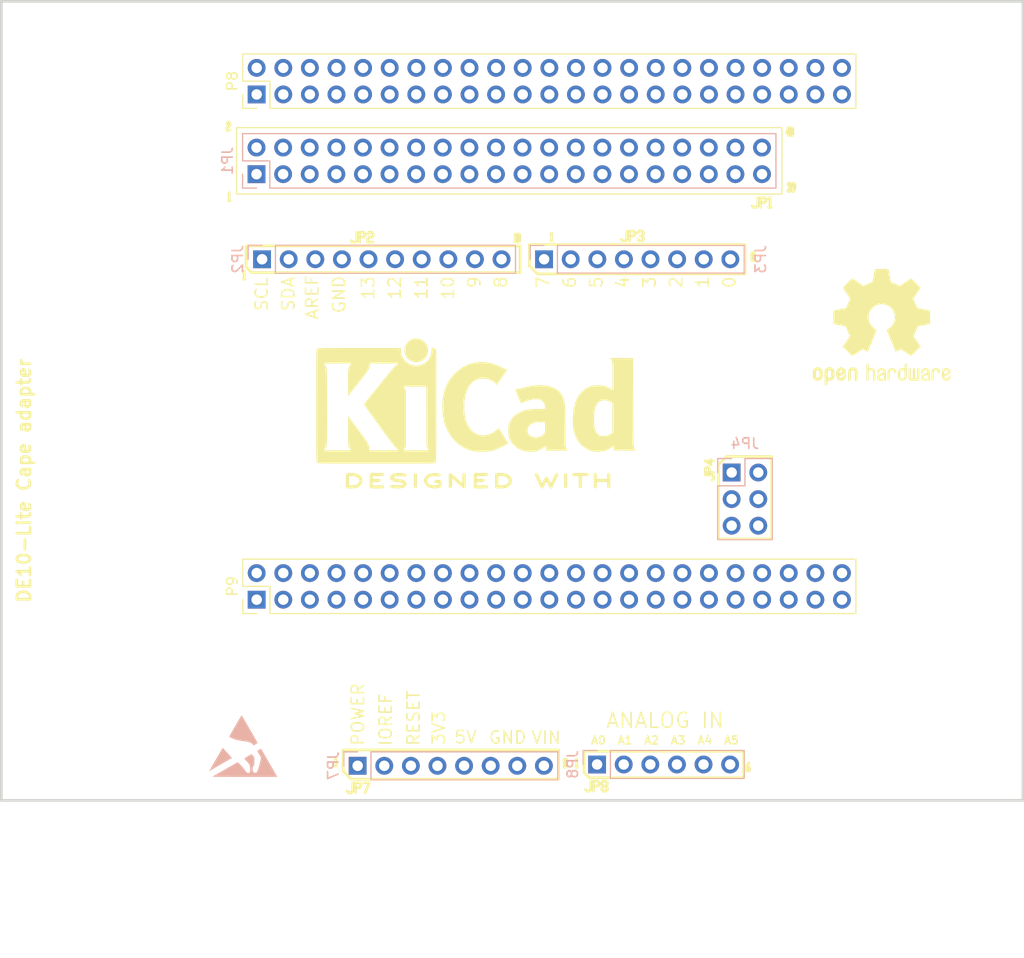
<source format=kicad_pcb>
(kicad_pcb (version 20211014) (generator pcbnew)
  (title_block (title "DECA RETRO CAPE 2") (date "2022-03-10") (rev "${VERSION}") (company "Hard Team Deca") (comment 2 "2022 Somhic <@somhic at telegram>") (comment 3 "License: CC-BY-SA v4.0"))
  (layers (0 "F.Cu" signal) (31 "B.Cu" signal) (34 "B.Paste" user) (35 "F.Paste" user) (36 "B.SilkS" user "B.Silkscreen") (37 "F.SilkS" user "F.Silkscreen") (38 "B.Mask" user) (39 "F.Mask" user) (44 "Edge.Cuts" user))
  (property "VERSION" "0.90")
  (net 0 "")
  (net 1 "GND")
  (net 2 "+3V3")
  (net 3 "/A3")
  (net 4 "/A2")
  (net 5 "/A1")
  (net 6 "/A0")
  (net 7 "/A10")
  (net 8 "/BA1")
  (net 9 "/BA0")
  (net 10 "/nCS0")
  (net 11 "/nRAS")
  (net 12 "/nCAS")
  (net 13 "/A4")
  (net 14 "/nWE")
  (net 15 "/A6")
  (net 16 "/A5")
  (net 17 "/A8")
  (net 18 "/A7")
  (net 19 "/A11")
  (net 20 "/A9")
  (net 21 "/CLK")
  (net 22 "/A12")
  (net 23 "/DQ9")
  (net 24 "/DQ10")
  (net 25 "/DQ11")
  (net 26 "/DQ12")
  (net 27 "/DQ13")
  (net 28 "/DQ15")
  (net 29 "/DQ14")
  (net 30 "/DQ7")
  (net 31 "/DQ6")
  (net 32 "/DQ5")
  (net 33 "/DQ4")
  (net 34 "/DQ3")
  (net 35 "/DQ2")
  (net 36 "/DQ1")
  (net 37 "/DQ0")
  (net 38 "/DQ8")
  (net 58 "/DETO4")
  (net 73 "/DETO1")
  (net 74 "/DETO2")
  (net 76 "/DETO3_JOY_MUX")
  (net 77 "GNDD")
  (net 78 "/MMC1.DAT[6]")
  (net 79 "/MMC1.DAT[7]")
  (net 80 "/MMC1.DAT[2]")
  (net 81 "/MMC1.DAT[3]")
  (net 82 "/GPIO[66]")
  (net 83 "/GPIO[67]")
  (net 84 "/GPIO[69]")
  (net 85 "/GPIO[68]")
  (net 86 "/GPIO[45]")
  (net 87 "/GPIO[44]")
  (net 88 "/GPIO[23]")
  (net 89 "/GPIO[26]")
  (net 90 "/GPIO[47]")
  (net 91 "/GPIO[46]")
  (net 92 "/GPIO[27]")
  (net 93 "/GPIO[65]")
  (net 94 "/GPIO[22]")
  (net 95 "/MMC1.CMD")
  (net 96 "/MMC1.CLK")
  (net 97 "/MMC1.DAT[5]")
  (net 98 "/MMC1.DAT[4]")
  (net 99 "/MMC1.DAT[1]")
  (net 100 "/MMC1.DAT[0]")
  (net 101 "/LCD.PCLK")
  (net 102 "/LCD.VSYNC")
  (net 103 "/GPIO[61]")
  (net 104 "/LCD.HSYNC")
  (net 105 "/LCD.AC_BIAS_E")
  (net 106 "/LCD.DATA[14]")
  (net 107 "/LCD.DATA[15]")
  (net 108 "/LCD.DATA[13]")
  (net 109 "/LCD.DATA[11]")
  (net 110 "/LCD.DATA[8]")
  (net 111 "/LCD.DATA[10]")
  (net 112 "/LCD.DATA[6]")
  (net 113 "/LCD.DATA[9]")
  (net 114 "/LCD.DATA[4]")
  (net 115 "/LCD.DATA[7]")
  (net 116 "/LCD.DATA[2]")
  (net 117 "/LCD.DATA[5]")
  (net 118 "/LCD.DATA[0]")
  (net 119 "/LCD.DATA[3]")
  (net 120 "/LCD.DATA[1]")
  (net 121 "+5V")
  (net 122 "VBUS")
  (net 123 "/PWR_BUT")
  (net 124 "/~{SYS_RESET}")
  (net 125 "/GPIO[30]")
  (net 126 "/GPIO[60]")
  (net 127 "/GPIO[31]")
  (net 128 "/GPIO[40]")
  (net 129 "/GPIO[48]")
  (net 130 "/GPIO[51]")
  (net 131 "/GPIO[4]")
  (net 132 "/GPIO[5]")
  (net 133 "/I2C2.SCL")
  (net 134 "/I2C2.SDA")
  (net 135 "/GPIO[3]")
  (net 136 "/GPIO[2]")
  (net 137 "/GPIO[49]")
  (net 138 "/GPIO[15]")
  (net 139 "/GPIO[117]")
  (net 140 "/GPIO[14]")
  (net 141 "/GPIO[125]")
  (net 142 "/SPI1.CS0")
  (net 143 "/SPI1.D0")
  (net 144 "/GPIO[122]")
  (net 145 "/SPI1.SCLK")
  (net 146 "+1V8")
  (net 147 "/AIN4")
  (net 148 "GNDA")
  (net 149 "/AIN6")
  (net 150 "/AIN5")
  (net 151 "/AIN2")
  (net 152 "/AIN3")
  (net 153 "/AIN0")
  (net 154 "/AIN1")
  (net 155 "/GPIO[20]")
  (net 156 "/GPIO[7]")
  (footprint "Symbol:OSHW-Logo2_14.6x12mm_SilkScreen" (layer "F.Cu") (at 167.64 73.025)
    (fp_text reference "LO2" hide)
    (fp_text value "OSHW-Logo2_14.6x12mm_SilkScreen" hide)
  )
  (footprint "MountingHole:MountingHole_3mm" (layer "F.Cu") (at 86.766 56.17)
    (fp_text reference "H3" hide)
    (fp_text value "MountingHole" hide)
    (pad "" np_thru_hole circle (at 0 0) (size 3 3) (drill 3) (layers *.Cu *.Mask))
  )
  (footprint "Connector_PinHeader_2.54mm:PinHeader_2x23_P2.54mm_Vertical" (layer "F.Cu") (at 107.965 99.065 90)
    (fp_text reference "P9" (at 1.27 -2.33 270) (layer "F.SilkS"))
    (fp_text value "BeagleBone_Black_Header" hide)
    (pad "1" thru_hole rect locked (at 0 0 90) (size 1.7 1.7) (drill 1) (layers F&B.Cu *.Mask) (net 77 "GNDD"))
    (pad "2" thru_hole oval locked (at 2.54 0 90) (size 1.7 1.7) (drill 1) (layers F&B.Cu *.Mask) (net 77 "GNDD"))
    (pad "3" thru_hole oval locked (at 0 2.54 90) (size 1.7 1.7) (drill 1) (layers F&B.Cu *.Mask) (net 2 "+3V3"))
    (pad "4" thru_hole oval locked (at 2.54 2.54 90) (size 1.7 1.7) (drill 1) (layers F&B.Cu *.Mask) (net 2 "+3V3"))
    (pad "5" thru_hole oval locked (at 0 5.08 90) (size 1.7 1.7) (drill 1) (layers F&B.Cu *.Mask) (net 121 "+5V"))
    (pad "6" thru_hole oval locked (at 2.54 5.08 90) (size 1.7 1.7) (drill 1) (layers F&B.Cu *.Mask) (net 121 "+5V"))
    (pad "7" thru_hole oval locked (at 0 7.62 90) (size 1.7 1.7) (drill 1) (layers F&B.Cu *.Mask) (net 122 "VBUS"))
    (pad "8" thru_hole oval locked (at 2.54 7.62 90) (size 1.7 1.7) (drill 1) (layers F&B.Cu *.Mask) (net 122 "VBUS"))
    (pad "9" thru_hole oval locked (at 0 10.16 90) (size 1.7 1.7) (drill 1) (layers F&B.Cu *.Mask) (net 123 "/PWR_BUT"))
    (pad "10" thru_hole oval locked (at 2.54 10.16 90) (size 1.7 1.7) (drill 1) (layers F&B.Cu *.Mask) (net 124 "/~{SYS_RESET}"))
    (pad "11" thru_hole oval locked (at 0 12.7 90) (size 1.7 1.7) (drill 1) (layers F&B.Cu *.Mask) (net 125 "/GPIO[30]"))
    (pad "12" thru_hole oval locked (at 2.54 12.7 90) (size 1.7 1.7) (drill 1) (layers F&B.Cu *.Mask) (net 126 "/GPIO[60]"))
    (pad "13" thru_hole oval locked (at 0 15.24 90) (size 1.7 1.7) (drill 1) (layers F&B.Cu *.Mask) (net 127 "/GPIO[31]"))
    (pad "14" thru_hole oval locked (at 2.54 15.24 90) (size 1.7 1.7) (drill 1) (layers F&B.Cu *.Mask) (net 128 "/GPIO[40]"))
    (pad "15" thru_hole oval locked (at 0 17.78 90) (size 1.7 1.7) (drill 1) (layers F&B.Cu *.Mask) (net 129 "/GPIO[48]"))
    (pad "16" thru_hole oval locked (at 2.54 17.78 90) (size 1.7 1.7) (drill 1) (layers F&B.Cu *.Mask) (net 130 "/GPIO[51]"))
    (pad "17" thru_hole oval locked (at 0 20.32 90) (size 1.7 1.7) (drill 1) (layers F&B.Cu *.Mask) (net 131 "/GPIO[4]"))
    (pad "18" thru_hole oval locked (at 2.54 20.32 90) (size 1.7 1.7) (drill 1) (layers F&B.Cu *.Mask) (net 132 "/GPIO[5]"))
    (pad "19" thru_hole oval locked (at 0 22.86 90) (size 1.7 1.7) (drill 1) (layers F&B.Cu *.Mask) (net 133 "/I2C2.SCL"))
    (pad "20" thru_hole oval locked (at 2.54 22.86 90) (size 1.7 1.7) (drill 1) (layers F&B.Cu *.Mask) (net 134 "/I2C2.SDA"))
    (pad "21" thru_hole oval locked (at 0 25.4 90) (size 1.7 1.7) (drill 1) (layers F&B.Cu *.Mask) (net 135 "/GPIO[3]"))
    (pad "22" thru_hole oval locked (at 2.54 25.4 90) (size 1.7 1.7) (drill 1) (layers F&B.Cu *.Mask) (net 136 "/GPIO[2]"))
    (pad "23" thru_hole oval locked (at 0 27.94 90) (size 1.7 1.7) (drill 1) (layers F&B.Cu *.Mask) (net 137 "/GPIO[49]"))
    (pad "24" thru_hole oval locked (at 2.54 27.94 90) (size 1.7 1.7) (drill 1) (layers F&B.Cu *.Mask) (net 138 "/GPIO[15]"))
    (pad "25" thru_hole oval locked (at 0 30.48 90) (size 1.7 1.7) (drill 1) (layers F&B.Cu *.Mask) (net 139 "/GPIO[117]"))
    (pad "26" thru_hole oval locked (at 2.54 30.48 90) (size 1.7 1.7) (drill 1) (layers F&B.Cu *.Mask) (net 140 "/GPIO[14]"))
    (pad "27" thru_hole oval locked (at 0 33.02 90) (size 1.7 1.7) (drill 1) (layers F&B.Cu *.Mask) (net 141 "/GPIO[125]"))
    (pad "28" thru_hole oval locked (at 2.54 33.02 90) (size 1.7 1.7) (drill 1) (layers F&B.Cu *.Mask) (net 142 "/SPI1.CS0"))
    (pad "29" thru_hole oval locked (at 0 35.56 90) (size 1.7 1.7) (drill 1) (layers F&B.Cu *.Mask) (net 143 "/SPI1.D0"))
    (pad "30" thru_hole oval locked (at 2.54 35.56 90) (size 1.7 1.7) (drill 1) (layers F&B.Cu *.Mask) (net 144 "/GPIO[122]"))
    (pad "31" thru_hole oval locked (at 0 38.1 90) (size 1.7 1.7) (drill 1) (layers F&B.Cu *.Mask) (net 145 "/SPI1.SCLK"))
    (pad "32" thru_hole oval locked (at 2.54 38.1 90) (size 1.7 1.7) (drill 1) (layers F&B.Cu *.Mask) (net 146 "+1V8"))
    (pad "33" thru_hole oval locked (at 0 40.64 90) (size 1.7 1.7) (drill 1) (layers F&B.Cu *.Mask) (net 147 "/AIN4"))
    (pad "34" thru_hole oval locked (at 2.54 40.64 90) (size 1.7 1.7) (drill 1) (layers F&B.Cu *.Mask) (net 148 "GNDA"))
    (pad "35" thru_hole oval locked (at 0 43.18 90) (size 1.7 1.7) (drill 1) (layers F&B.Cu *.Mask) (net 149 "/AIN6"))
    (pad "36" thru_hole oval locked (at 2.54 43.18 90) (size 1.7 1.7) (drill 1) (layers F&B.Cu *.Mask) (net 150 "/AIN5"))
    (pad "37" thru_hole oval locked (at 0 45.72 90) (size 1.7 1.7) (drill 1) (layers F&B.Cu *.Mask) (net 151 "/AIN2"))
    (pad "38" thru_hole oval locked (at 2.54 45.72 90) (size 1.7 1.7) (drill 1) (layers F&B.Cu *.Mask) (net 152 "/AIN3"))
    (pad "39" thru_hole oval locked (at 0 48.26 90) (size 1.7 1.7) (drill 1) (layers F&B.Cu *.Mask) (net 153 "/AIN0"))
    (pad "40" thru_hole oval locked (at 2.54 48.26 90) (size 1.7 1.7) (drill 1) (layers F&B.Cu *.Mask) (net 154 "/AIN1"))
    (pad "41" thru_hole oval locked (at 0 50.8 90) (size 1.7 1.7) (drill 1) (layers F&B.Cu *.Mask) (net 155 "/GPIO[20]"))
    (pad "42" thru_hole oval locked (at 2.54 50.8 90) (size 1.7 1.7) (drill 1) (layers F&B.Cu *.Mask) (net 156 "/GPIO[7]"))
    (pad "43" thru_hole oval locked (at 0 53.34 90) (size 1.7 1.7) (drill 1) (layers F&B.Cu *.Mask) (net 77 "GNDD"))
    (pad "44" thru_hole oval locked (at 2.54 53.34 90) (size 1.7 1.7) (drill 1) (layers F&B.Cu *.Mask) (net 77 "GNDD"))
    (pad "45" thru_hole oval locked (at 0 55.88 90) (size 1.7 1.7) (drill 1) (layers F&B.Cu *.Mask) (net 77 "GNDD"))
    (pad "46" thru_hole oval locked (at 2.54 55.88 90) (size 1.7 1.7) (drill 1) (layers F&B.Cu *.Mask) (net 77 "GNDD"))
  )
  (footprint "Connector_PinHeader_2.54mm:PinHeader_2x23_P2.54mm_Vertical" (layer "F.Cu") (at 107.965 50.805 90)
    (fp_text reference "P8" (at 1.27 -2.33 270) (layer "F.SilkS"))
    (fp_text value "BeagleBone_Black_Header" hide)
    (pad "1" thru_hole rect locked (at 0 0 90) (size 1.7 1.7) (drill 1) (layers F&B.Cu *.Mask) (net 77 "GNDD"))
    (pad "2" thru_hole oval locked (at 2.54 0 90) (size 1.7 1.7) (drill 1) (layers F&B.Cu *.Mask) (net 77 "GNDD"))
    (pad "3" thru_hole oval locked (at 0 2.54 90) (size 1.7 1.7) (drill 1) (layers F&B.Cu *.Mask) (net 78 "/MMC1.DAT[6]"))
    (pad "4" thru_hole oval locked (at 2.54 2.54 90) (size 1.7 1.7) (drill 1) (layers F&B.Cu *.Mask) (net 79 "/MMC1.DAT[7]"))
    (pad "5" thru_hole oval locked (at 0 5.08 90) (size 1.7 1.7) (drill 1) (layers F&B.Cu *.Mask) (net 80 "/MMC1.DAT[2]"))
    (pad "6" thru_hole oval locked (at 2.54 5.08 90) (size 1.7 1.7) (drill 1) (layers F&B.Cu *.Mask) (net 81 "/MMC1.DAT[3]"))
    (pad "7" thru_hole oval locked (at 0 7.62 90) (size 1.7 1.7) (drill 1) (layers F&B.Cu *.Mask) (net 82 "/GPIO[66]"))
    (pad "8" thru_hole oval locked (at 2.54 7.62 90) (size 1.7 1.7) (drill 1) (layers F&B.Cu *.Mask) (net 83 "/GPIO[67]"))
    (pad "9" thru_hole oval locked (at 0 10.16 90) (size 1.7 1.7) (drill 1) (layers F&B.Cu *.Mask) (net 84 "/GPIO[69]"))
    (pad "10" thru_hole oval locked (at 2.54 10.16 90) (size 1.7 1.7) (drill 1) (layers F&B.Cu *.Mask) (net 85 "/GPIO[68]"))
    (pad "11" thru_hole oval locked (at 0 12.7 90) (size 1.7 1.7) (drill 1) (layers F&B.Cu *.Mask) (net 86 "/GPIO[45]"))
    (pad "12" thru_hole oval locked (at 2.54 12.7 90) (size 1.7 1.7) (drill 1) (layers F&B.Cu *.Mask) (net 87 "/GPIO[44]"))
    (pad "13" thru_hole oval locked (at 0 15.24 90) (size 1.7 1.7) (drill 1) (layers F&B.Cu *.Mask) (net 88 "/GPIO[23]"))
    (pad "14" thru_hole oval locked (at 2.54 15.24 90) (size 1.7 1.7) (drill 1) (layers F&B.Cu *.Mask) (net 89 "/GPIO[26]"))
    (pad "15" thru_hole oval locked (at 0 17.78 90) (size 1.7 1.7) (drill 1) (layers F&B.Cu *.Mask) (net 90 "/GPIO[47]"))
    (pad "16" thru_hole oval locked (at 2.54 17.78 90) (size 1.7 1.7) (drill 1) (layers F&B.Cu *.Mask) (net 91 "/GPIO[46]"))
    (pad "17" thru_hole oval locked (at 0 20.32 90) (size 1.7 1.7) (drill 1) (layers F&B.Cu *.Mask) (net 92 "/GPIO[27]"))
    (pad "18" thru_hole oval locked (at 2.54 20.32 90) (size 1.7 1.7) (drill 1) (layers F&B.Cu *.Mask) (net 93 "/GPIO[65]"))
    (pad "19" thru_hole oval locked (at 0 22.86 90) (size 1.7 1.7) (drill 1) (layers F&B.Cu *.Mask) (net 94 "/GPIO[22]"))
    (pad "20" thru_hole oval locked (at 2.54 22.86 90) (size 1.7 1.7) (drill 1) (layers F&B.Cu *.Mask) (net 95 "/MMC1.CMD"))
    (pad "21" thru_hole oval locked (at 0 25.4 90) (size 1.7 1.7) (drill 1) (layers F&B.Cu *.Mask) (net 96 "/MMC1.CLK"))
    (pad "22" thru_hole oval locked (at 2.54 25.4 90) (size 1.7 1.7) (drill 1) (layers F&B.Cu *.Mask) (net 97 "/MMC1.DAT[5]"))
    (pad "23" thru_hole oval locked (at 0 27.94 90) (size 1.7 1.7) (drill 1) (layers F&B.Cu *.Mask) (net 98 "/MMC1.DAT[4]"))
    (pad "24" thru_hole oval locked (at 2.54 27.94 90) (size 1.7 1.7) (drill 1) (layers F&B.Cu *.Mask) (net 99 "/MMC1.DAT[1]"))
    (pad "25" thru_hole oval locked (at 0 30.48 90) (size 1.7 1.7) (drill 1) (layers F&B.Cu *.Mask) (net 100 "/MMC1.DAT[0]"))
    (pad "26" thru_hole oval locked (at 2.54 30.48 90) (size 1.7 1.7) (drill 1) (layers F&B.Cu *.Mask) (net 101 "/LCD.PCLK"))
    (pad "27" thru_hole oval locked (at 0 33.02 90) (size 1.7 1.7) (drill 1) (layers F&B.Cu *.Mask) (net 102 "/LCD.VSYNC"))
    (pad "28" thru_hole oval locked (at 2.54 33.02 90) (size 1.7 1.7) (drill 1) (layers F&B.Cu *.Mask) (net 103 "/GPIO[61]"))
    (pad "29" thru_hole oval locked (at 0 35.56 90) (size 1.7 1.7) (drill 1) (layers F&B.Cu *.Mask) (net 104 "/LCD.HSYNC"))
    (pad "30" thru_hole oval locked (at 2.54 35.56 90) (size 1.7 1.7) (drill 1) (layers F&B.Cu *.Mask) (net 105 "/LCD.AC_BIAS_E"))
    (pad "31" thru_hole oval locked (at 0 38.1 90) (size 1.7 1.7) (drill 1) (layers F&B.Cu *.Mask) (net 106 "/LCD.DATA[14]"))
    (pad "32" thru_hole oval locked (at 2.54 38.1 90) (size 1.7 1.7) (drill 1) (layers F&B.Cu *.Mask) (net 107 "/LCD.DATA[15]"))
    (pad "33" thru_hole oval locked (at 0 40.64 90) (size 1.7 1.7) (drill 1) (layers F&B.Cu *.Mask) (net 108 "/LCD.DATA[13]"))
    (pad "34" thru_hole oval locked (at 2.54 40.64 90) (size 1.7 1.7) (drill 1) (layers F&B.Cu *.Mask) (net 109 "/LCD.DATA[11]"))
    (pad "35" thru_hole oval locked (at 0 43.18 90) (size 1.7 1.7) (drill 1) (layers F&B.Cu *.Mask) (net 110 "/LCD.DATA[8]"))
    (pad "36" thru_hole oval locked (at 2.54 43.18 90) (size 1.7 1.7) (drill 1) (layers F&B.Cu *.Mask) (net 111 "/LCD.DATA[10]"))
    (pad "37" thru_hole oval locked (at 0 45.72 90) (size 1.7 1.7) (drill 1) (layers F&B.Cu *.Mask) (net 112 "/LCD.DATA[6]"))
    (pad "38" thru_hole oval locked (at 2.54 45.72 90) (size 1.7 1.7) (drill 1) (layers F&B.Cu *.Mask) (net 113 "/LCD.DATA[9]"))
    (pad "39" thru_hole oval locked (at 0 48.26 90) (size 1.7 1.7) (drill 1) (layers F&B.Cu *.Mask) (net 114 "/LCD.DATA[4]"))
    (pad "40" thru_hole oval locked (at 2.54 48.26 90) (size 1.7 1.7) (drill 1) (layers F&B.Cu *.Mask) (net 115 "/LCD.DATA[7]"))
    (pad "41" thru_hole oval locked (at 0 50.8 90) (size 1.7 1.7) (drill 1) (layers F&B.Cu *.Mask) (net 116 "/LCD.DATA[2]"))
    (pad "42" thru_hole oval locked (at 2.54 50.8 90) (size 1.7 1.7) (drill 1) (layers F&B.Cu *.Mask) (net 117 "/LCD.DATA[5]"))
    (pad "43" thru_hole oval locked (at 0 53.34 90) (size 1.7 1.7) (drill 1) (layers F&B.Cu *.Mask) (net 118 "/LCD.DATA[0]"))
    (pad "44" thru_hole oval locked (at 2.54 53.34 90) (size 1.7 1.7) (drill 1) (layers F&B.Cu *.Mask) (net 119 "/LCD.DATA[3]"))
    (pad "45" thru_hole oval locked (at 0 55.88 90) (size 1.7 1.7) (drill 1) (layers F&B.Cu *.Mask) (net 77 "GNDD"))
    (pad "46" thru_hole oval locked (at 2.54 55.88 90) (size 1.7 1.7) (drill 1) (layers F&B.Cu *.Mask) (net 120 "/LCD.DATA[1]"))
  )
  (footprint "MountingHole:MountingHole_3mm" (layer "F.Cu") (at 165.735 114.183)
    (fp_text reference "H1" hide)
    (fp_text value "MountingHole" hide)
    (pad "" np_thru_hole circle (at 0 0) (size 3 3) (drill 3) (layers *.Cu *.Mask))
  )
  (footprint "MountingHole:MountingHole_3mm" (layer "F.Cu") (at 177.876 56.017)
    (fp_text reference "H4" hide)
    (fp_text value "MountingHole" hide)
    (pad "" np_thru_hole circle (at 0 0) (size 3 3) (drill 3) (layers *.Cu *.Mask))
  )
  (footprint "Symbol:KiCad-Logo2_12mm_SilkScreen" (layer "F.Cu") (at 128.890108 80.047106)
    (fp_text reference "LO1" hide)
    (fp_text value "KiCad-Logo2_12mm_SilkScreen" hide)
  )
  (footprint "MountingHole:MountingHole_3mm" (layer "F.Cu") (at 96.977 114.209)
    (fp_text reference "H2" hide)
    (fp_text value "MountingHole" hide)
    (pad "" np_thru_hole circle (at 0 0) (size 3 3) (drill 3) (layers *.Cu *.Mask))
  )
  (footprint "Connector_PinHeader_2.54mm:PinHeader_1x06_P2.54mm_Vertical" (layer "B.Cu") (at 140.467 114.808 -90)
    (fp_text reference "JP8" (at 0 2.33 90) (layer "B.SilkS") (effects (justify mirror)))
    (fp_text value "Conn_01x06" hide)
    (pad "1" thru_hole rect (at 0 0 270) (size 1.7 1.7) (drill 1) (layers *.Cu *.Mask) (net 73 "/DETO1"))
    (pad "2" thru_hole oval (at 0 -2.54 270) (size 1.7 1.7) (drill 1) (layers *.Cu *.Mask) (net 74 "/DETO2"))
    (pad "3" thru_hole oval (at 0 -5.08 270) (size 1.7 1.7) (drill 1) (layers *.Cu *.Mask) (net 76 "/DETO3_JOY_MUX"))
    (pad "4" thru_hole oval (at 0 -7.62 270) (size 1.7 1.7) (drill 1) (layers *.Cu *.Mask) (net 58 "/DETO4"))
    (pad "5" thru_hole oval (at 0 -10.16 270) (size 1.7 1.7) (drill 1) (layers *.Cu *.Mask) (net 1 "GND"))
    (pad "6" thru_hole oval (at 0 -12.7 270) (size 1.7 1.7) (drill 1) (layers *.Cu *.Mask) (net 2 "+3V3"))
  )
  (footprint "Connector_PinHeader_2.54mm:PinHeader_1x10_P2.54mm_Vertical" (layer "B.Cu") (at 108.483 66.548 -90)
    (fp_text reference "JP2" (at 0 2.33 90) (layer "B.SilkS") (effects (justify mirror)))
    (fp_text value "PinHeader_1x10_P2.54mm_Vertical" hide)
    (pad "1" thru_hole rect (at 0 0 270) (size 1.7 1.7) (drill 1) (layers *.Cu *.Mask))
    (pad "2" thru_hole oval (at 0 -2.54 270) (size 1.7 1.7) (drill 1) (layers *.Cu *.Mask))
    (pad "3" thru_hole oval (at 0 -5.08 270) (size 1.7 1.7) (drill 1) (layers *.Cu *.Mask))
    (pad "4" thru_hole oval (at 0 -7.62 270) (size 1.7 1.7) (drill 1) (layers *.Cu *.Mask))
    (pad "5" thru_hole oval (at 0 -10.16 270) (size 1.7 1.7) (drill 1) (layers *.Cu *.Mask))
    (pad "6" thru_hole oval (at 0 -12.7 270) (size 1.7 1.7) (drill 1) (layers *.Cu *.Mask))
    (pad "7" thru_hole oval (at 0 -15.24 270) (size 1.7 1.7) (drill 1) (layers *.Cu *.Mask))
    (pad "8" thru_hole oval (at 0 -17.78 270) (size 1.7 1.7) (drill 1) (layers *.Cu *.Mask))
    (pad "9" thru_hole oval (at 0 -20.32 270) (size 1.7 1.7) (drill 1) (layers *.Cu *.Mask))
    (pad "10" thru_hole oval (at 0 -22.86 270) (size 1.7 1.7) (drill 1) (layers *.Cu *.Mask))
  )
  (footprint "Connector_PinSocket_2.54mm:PinSocket_2x03_P2.54mm_Vertical" (layer "B.Cu") (at 153.314 86.919 180)
    (fp_text reference "JP4" (at -1.27 2.77) (layer "B.SilkS") (effects (justify mirror)))
    (fp_text value "Conn_02x03_Odd_Even" hide)
    (pad "1" thru_hole rect (at 0 0 180) (size 1.7 1.7) (drill 1) (layers *.Cu *.Mask))
    (pad "2" thru_hole oval (at -2.54 0 180) (size 1.7 1.7) (drill 1) (layers *.Cu *.Mask))
    (pad "3" thru_hole oval (at 0 -2.54 180) (size 1.7 1.7) (drill 1) (layers *.Cu *.Mask))
    (pad "4" thru_hole oval (at -2.54 -2.54 180) (size 1.7 1.7) (drill 1) (layers *.Cu *.Mask))
    (pad "5" thru_hole oval (at 0 -5.08 180) (size 1.7 1.7) (drill 1) (layers *.Cu *.Mask))
    (pad "6" thru_hole oval (at -2.54 -5.08 180) (size 1.7 1.7) (drill 1) (layers *.Cu *.Mask))
  )
  (footprint "Connector_PinHeader_2.54mm:PinHeader_1x08_P2.54mm_Vertical" (layer "B.Cu") (at 135.407 66.548 -90)
    (fp_text reference "JP3" (at 0 -20.676 90) (layer "B.SilkS") (effects (justify mirror)))
    (fp_text value "PinHeader_1x08_P2.54mm_Vertical" hide)
    (pad "1" thru_hole rect (at 0 0 270) (size 1.7 1.7) (drill 1) (layers F&B.Cu *.Mask))
    (pad "2" thru_hole oval (at 0 -2.54 270) (size 1.7 1.7) (drill 1) (layers F&B.Cu *.Mask))
    (pad "3" thru_hole oval (at 0 -5.08 270) (size 1.7 1.7) (drill 1) (layers F&B.Cu *.Mask))
    (pad "4" thru_hole oval (at 0 -7.62 270) (size 1.7 1.7) (drill 1) (layers F&B.Cu *.Mask))
    (pad "5" thru_hole oval (at 0 -10.16 270) (size 1.7 1.7) (drill 1) (layers F&B.Cu *.Mask))
    (pad "6" thru_hole oval (at 0 -12.7 270) (size 1.7 1.7) (drill 1) (layers F&B.Cu *.Mask))
    (pad "7" thru_hole oval (at 0 -15.24 270) (size 1.7 1.7) (drill 1) (layers F&B.Cu *.Mask))
    (pad "8" thru_hole oval (at 0 -17.78 270) (size 1.7 1.7) (drill 1) (layers F&B.Cu *.Mask))
  )
  (footprint "Symbol:ESD-Logo_6.6x6mm_SilkScreen" (layer "B.Cu") (at 106.68 113.03 180)
    (fp_text reference "LO4" hide)
    (fp_text value "ESD-Logo_6.6x6mm_SilkScreen" hide)
  )
  (footprint "Connector_PinHeader_2.54mm:PinHeader_1x08_P2.54mm_Vertical" (layer "B.Cu") (at 117.607 114.935 -90)
    (fp_text reference "JP7" (at 0 2.33 90) (layer "B.SilkS") (effects (justify mirror)))
    (fp_text value "PinHeader_1x08_P2.54mm_Vertical" hide)
    (pad "1" thru_hole rect (at 0 0 270) (size 1.7 1.7) (drill 1) (layers *.Cu *.Mask))
    (pad "2" thru_hole oval (at 0 -2.54 270) (size 1.7 1.7) (drill 1) (layers *.Cu *.Mask))
    (pad "3" thru_hole oval (at 0 -5.08 270) (size 1.7 1.7) (drill 1) (layers *.Cu *.Mask))
    (pad "4" thru_hole oval (at 0 -7.62 270) (size 1.7 1.7) (drill 1) (layers *.Cu *.Mask))
    (pad "5" thru_hole oval (at 0 -10.16 270) (size 1.7 1.7) (drill 1) (layers *.Cu *.Mask))
    (pad "6" thru_hole oval (at 0 -12.7 270) (size 1.7 1.7) (drill 1) (layers *.Cu *.Mask))
    (pad "7" thru_hole oval (at 0 -15.24 270) (size 1.7 1.7) (drill 1) (layers *.Cu *.Mask))
    (pad "8" thru_hole oval (at 0 -17.78 270) (size 1.7 1.7) (drill 1) (layers *.Cu *.Mask))
  )
  (footprint "Connector_PinSocket_2.54mm:PinSocket_2x20_P2.54mm_Vertical" (layer "B.Cu") (at 107.95 58.42 -90)
    (fp_text reference "JP1" (at -1.27 2.77 90) (layer "B.SilkS") (effects (justify mirror)))
    (fp_text value "Conn_02x20_Odd_Even" hide)
    (pad "1" thru_hole rect (at 0 0 270) (size 1.7 1.7) (drill 1) (layers *.Cu *.Mask) (net 37 "/DQ0"))
    (pad "2" thru_hole oval (at -2.54 0 270) (size 1.7 1.7) (drill 1) (layers *.Cu *.Mask) (net 36 "/DQ1"))
    (pad "3" thru_hole oval (at 0 -2.54 270) (size 1.7 1.7) (drill 1) (layers *.Cu *.Mask) (net 35 "/DQ2"))
    (pad "4" thru_hole oval (at -2.54 -2.54 270) (size 1.7 1.7) (drill 1) (layers *.Cu *.Mask) (net 34 "/DQ3"))
    (pad "5" thru_hole oval (at 0 -5.08 270) (size 1.7 1.7) (drill 1) (layers *.Cu *.Mask) (net 33 "/DQ4"))
    (pad "6" thru_hole oval (at -2.54 -5.08 270) (size 1.7 1.7) (drill 1) (layers *.Cu *.Mask) (net 32 "/DQ5"))
    (pad "7" thru_hole oval (at 0 -7.62 270) (size 1.7 1.7) (drill 1) (layers *.Cu *.Mask) (net 31 "/DQ6"))
    (pad "8" thru_hole oval (at -2.54 -7.62 270) (size 1.7 1.7) (drill 1) (layers *.Cu *.Mask) (net 30 "/DQ7"))
    (pad "9" thru_hole oval (at 0 -10.16 270) (size 1.7 1.7) (drill 1) (layers *.Cu *.Mask) (net 29 "/DQ14"))
    (pad "10" thru_hole oval (at -2.54 -10.16 270) (size 1.7 1.7) (drill 1) (layers *.Cu *.Mask) (net 28 "/DQ15"))
    (pad "11" thru_hole oval (at 0 -12.7 270) (size 1.7 1.7) (drill 1) (layers *.Cu *.Mask))
    (pad "12" thru_hole oval (at -2.54 -12.7 270) (size 1.7 1.7) (drill 1) (layers *.Cu *.Mask) (net 1 "GND"))
    (pad "13" thru_hole oval (at 0 -15.24 270) (size 1.7 1.7) (drill 1) (layers *.Cu *.Mask) (net 27 "/DQ13"))
    (pad "14" thru_hole oval (at -2.54 -15.24 270) (size 1.7 1.7) (drill 1) (layers *.Cu *.Mask) (net 26 "/DQ12"))
    (pad "15" thru_hole oval (at 0 -17.78 270) (size 1.7 1.7) (drill 1) (layers *.Cu *.Mask) (net 25 "/DQ11"))
    (pad "16" thru_hole oval (at -2.54 -17.78 270) (size 1.7 1.7) (drill 1) (layers *.Cu *.Mask) (net 24 "/DQ10"))
    (pad "17" thru_hole oval (at 0 -20.32 270) (size 1.7 1.7) (drill 1) (layers *.Cu *.Mask) (net 23 "/DQ9"))
    (pad "18" thru_hole oval (at -2.54 -20.32 270) (size 1.7 1.7) (drill 1) (layers *.Cu *.Mask) (net 38 "/DQ8"))
    (pad "19" thru_hole oval (at 0 -22.86 270) (size 1.7 1.7) (drill 1) (layers *.Cu *.Mask) (net 22 "/A12"))
    (pad "20" thru_hole oval (at -2.54 -22.86 270) (size 1.7 1.7) (drill 1) (layers *.Cu *.Mask) (net 21 "/CLK"))
    (pad "21" thru_hole oval (at 0 -25.4 270) (size 1.7 1.7) (drill 1) (layers *.Cu *.Mask) (net 20 "/A9"))
    (pad "22" thru_hole oval (at -2.54 -25.4 270) (size 1.7 1.7) (drill 1) (layers *.Cu *.Mask) (net 19 "/A11"))
    (pad "23" thru_hole oval (at 0 -27.94 270) (size 1.7 1.7) (drill 1) (layers *.Cu *.Mask) (net 18 "/A7"))
    (pad "24" thru_hole oval (at -2.54 -27.94 270) (size 1.7 1.7) (drill 1) (layers *.Cu *.Mask) (net 17 "/A8"))
    (pad "25" thru_hole oval (at 0 -30.48 270) (size 1.7 1.7) (drill 1) (layers *.Cu *.Mask) (net 16 "/A5"))
    (pad "26" thru_hole oval (at -2.54 -30.48 270) (size 1.7 1.7) (drill 1) (layers *.Cu *.Mask) (net 15 "/A6"))
    (pad "27" thru_hole oval (at 0 -33.02 270) (size 1.7 1.7) (drill 1) (layers *.Cu *.Mask) (net 14 "/nWE"))
    (pad "28" thru_hole oval (at -2.54 -33.02 270) (size 1.7 1.7) (drill 1) (layers *.Cu *.Mask) (net 13 "/A4"))
    (pad "29" thru_hole oval (at 0 -35.56 270) (size 1.7 1.7) (drill 1) (layers *.Cu *.Mask))
    (pad "30" thru_hole oval (at -2.54 -35.56 270) (size 1.7 1.7) (drill 1) (layers *.Cu *.Mask) (net 1 "GND"))
    (pad "31" thru_hole oval (at 0 -38.1 270) (size 1.7 1.7) (drill 1) (layers *.Cu *.Mask) (net 12 "/nCAS"))
    (pad "32" thru_hole oval (at -2.54 -38.1 270) (size 1.7 1.7) (drill 1) (layers *.Cu *.Mask) (net 11 "/nRAS"))
    (pad "33" thru_hole oval (at 0 -40.64 270) (size 1.7 1.7) (drill 1) (layers *.Cu *.Mask) (net 10 "/nCS0"))
    (pad "34" thru_hole oval (at -2.54 -40.64 270) (size 1.7 1.7) (drill 1) (layers *.Cu *.Mask) (net 9 "/BA0"))
    (pad "35" thru_hole oval (at 0 -43.18 270) (size 1.7 1.7) (drill 1) (layers *.Cu *.Mask) (net 8 "/BA1"))
    (pad "36" thru_hole oval (at -2.54 -43.18 270) (size 1.7 1.7) (drill 1) (layers *.Cu *.Mask) (net 7 "/A10"))
    (pad "37" thru_hole oval (at 0 -45.72 270) (size 1.7 1.7) (drill 1) (layers *.Cu *.Mask) (net 6 "/A0"))
    (pad "38" thru_hole oval (at -2.54 -45.72 270) (size 1.7 1.7) (drill 1) (layers *.Cu *.Mask) (net 5 "/A1"))
    (pad "39" thru_hole oval (at 0 -48.26 270) (size 1.7 1.7) (drill 1) (layers *.Cu *.Mask) (net 4 "/A2"))
    (pad "40" thru_hole oval (at -2.54 -48.26 270) (size 1.7 1.7) (drill 1) (layers *.Cu *.Mask) (net 3 "/A3"))
  )
  (gr_line (start 141.442 116.559) (end 141.302 116.403) (layer "F.SilkS") (width 0.254))
  (gr_line (start 136.796 116.215) (end 116.988 116.215) (layer "F.SilkS") (width 0.254))
  (gr_line (start 159.341 59.428) (end 159.279 59.303) (layer "F.SilkS") (width 0.254))
  (gr_line (start 138.443 114.429) (end 138.521 114.305) (layer "F.SilkS") (width 0.254))
  (gr_line (start 151.587 87.536) (end 151.587 87.288) (layer "F.SilkS") (width 0.254))
  (gr_line (start 117.14 117.348) (end 117.14 116.556) (layer "F.SilkS") (width 0.254))
  (gr_line (start 151.447 87.661) (end 151.587 87.536) (layer "F.SilkS") (width 0.254))
  (gr_line (start 159.154 54.099) (end 159.154 54.596) (layer "F.SilkS") (width 0.254))
  (gr_line (start 151.587 86.915) (end 150.794 86.915) (layer "F.SilkS") (width 0.254))
  (gr_line (start 139.469 117.351) (end 139.733 117.351) (layer "F.SilkS") (width 0.254))
  (gr_line (start 141.053 116.403) (end 140.914 116.559) (layer "F.SilkS") (width 0.254))
  (gr_line (start 158.548 54.472) (end 158.75 53.975) (layer "F.SilkS") (width 0.254))
  (gr_line (start 154.585 67.946) (end 134.761 67.946) (layer "F.SilkS") (width 0.254))
  (gr_line (start 117.516 64.767) (end 117.516 63.975) (layer "F.SilkS") (width 0.254))
  (gr_line (start 136.042 64.807) (end 136.182 64.807) (layer "F.SilkS") (width 0.254))
  (gr_line (start 105.13 53.59) (end 105.208 53.466) (layer "F.SilkS") (width 0.254))
  (gr_line (start 158.937 59.552) (end 158.875 59.676) (layer "F.SilkS") (width 0.254))
  (gr_line (start 139.344 117.196) (end 139.469 117.351) (layer "F.SilkS") (width 0.254))
  (gr_line (start 151.058 86.433) (end 151.183 86.558) (layer "F.SilkS") (width 0.254))
  (gr_line (start 154.461 113.543) (end 154.461 116.076) (layer "F.SilkS") (width 0.254))
  (gr_line (start 155.424 66.299) (end 155.486 66.423) (layer "F.SilkS") (width 0.254))
  (gr_line (start 154.762 114.938) (end 154.902 114.674) (layer "F.SilkS") (width 0.254))
  (gr_line (start 106.704 67.821) (end 106.766 67.697) (layer "F.SilkS") (width 0.254))
  (gr_line (start 132.944 64.139) (end 133.021 64.139) (layer "F.SilkS") (width 0.254))
  (gr_line (start 143.3 64.645) (end 143.3 63.853) (layer "F.SilkS") (width 0.254))
  (gr_line (start 141.442 117.196) (end 141.302 117.351) (layer "F.SilkS") (width 0.254))
  (gr_line (start 136.105 64.046) (end 136.105 64.807) (layer "F.SilkS") (width 0.254))
  (gr_line (start 158.813 54.472) (end 158.548 54.472) (layer "F.SilkS") (width 0.254))
  (gr_line (start 137.573 114.429) (end 137.511 114.305) (layer "F.SilkS") (width 0.254))
  (gr_line (start 155.486 66.035) (end 155.424 65.91) (layer "F.SilkS") (width 0.254))
  (gr_line (start 139.733 117.351) (end 139.857 117.196) (layer "F.SilkS") (width 0.254))
  (gr_line (start 141.053 116.885) (end 141.302 116.885) (layer "F.SilkS") (width 0.254))
  (gr_line (start 141.302 117.351) (end 141.053 117.351) (layer "F.SilkS") (width 0.254))
  (gr_line (start 119.085 64.13) (end 119.085 64.285) (layer "F.SilkS") (width 0.254))
  (gr_line (start 140.914 117.196) (end 140.914 117.04) (layer "F.SilkS") (width 0.254))
  (gr_line (start 151.447 87.163) (end 150.794 87.163) (layer "F.SilkS") (width 0.254))
  (gr_line (start 139.857 117.196) (end 139.857 116.403) (layer "F.SilkS") (width 0.254))
  (gr_line (start 152.053 93.269) (end 157.133 93.269) (layer "F.SilkS") (width 0.254))
  (gr_line (start 155.424 66.299) (end 155.486 66.174) (layer "F.SilkS") (width 0.254))
  (gr_line (start 155.222 66.174) (end 155.284 66.299) (layer "F.SilkS") (width 0.254))
  (gr_line (start 139.717 116.076) (end 139.22 115.578) (layer "F.SilkS") (width 0.254))
  (gr_line (start 156.457 60.663) (end 156.581 60.818) (layer "F.SilkS") (width 0.254))
  (gr_line (start 156.069 61.595) (end 156.069 60.663) (layer "F.SilkS") (width 0.254))
  (gr_line (start 150.794 85.812) (end 151.587 85.812) (layer "F.SilkS") (width 0.254))
  (gr_line (start 155.424 65.91) (end 155.284 65.91) (layer "F.SilkS") (width 0.254))
  (gr_line (start 154.902 114.674) (end 154.964 114.674) (layer "F.SilkS") (width 0.254))
  (gr_line (start 159.341 59.816) (end 159.341 59.428) (layer "F.SilkS") (width 0.254))
  (gr_line (start 118.168 64.441) (end 117.78 64.441) (layer "F.SilkS") (width 0.254))
  (gr_line (start 141.442 116.714) (end 141.442 116.559) (layer "F.SilkS") (width 0.254))
  (gr_line (start 155.276 61.44) (end 155.401 61.595) (layer "F.SilkS") (width 0.254))
  (gr_line (start 136.796 113.419) (end 136.796 116.215) (layer "F.SilkS") (width 0.254))
  (gr_line (start 132.602 64.901) (end 132.742 64.901) (layer "F.SilkS") (width 0.254))
  (gr_line (start 115.466 114.305) (end 115.528 114.18) (layer "F.SilkS") (width 0.254))
  (gr_line (start 118.293 64.13) (end 118.293 64.285) (layer "F.SilkS") (width 0.254))
  (gr_line (start 132.944 64.901) (end 132.881 64.776) (layer "F.SilkS") (width 0.254))
  (gr_line (start 117.376 64.922) (end 117.516 64.767) (layer "F.SilkS") (width 0.254))
  (gr_line (start 141.442 117.04) (end 141.442 117.196) (layer "F.SilkS") (width 0.254))
  (gr_line (start 105.13 54.227) (end 105.41 54.227) (layer "F.SilkS") (width 0.254))
  (gr_line (start 116.987 64.767) (end 117.112 64.922) (layer "F.SilkS") (width 0.254))
  (gr_line (start 155.026 115.311) (end 154.964 115.435) (layer "F.SilkS") (width 0.254))
  (gr_line (start 150.794 86.915) (end 150.794 86.558) (layer "F.SilkS") (width 0.254))
  (gr_line (start 150.794 86.558) (end 150.934 86.433) (layer "F.SilkS") (width 0.254))
  (gr_line (start 159.216 60.065) (end 159.341 59.816) (layer "F.SilkS") (width 0.254))
  (gr_line (start 105.332 53.855) (end 105.208 53.855) (layer "F.SilkS") (width 0.254))
  (gr_line (start 141.302 116.403) (end 141.053 116.403) (layer "F.SilkS") (width 0.254))
  (gr_line (start 155.804 61.44) (end 155.804 60.663) (layer "F.SilkS") (width 0.254))
  (gr_line (start 158.875 60.065) (end 158.735 60.065) (layer "F.SilkS") (width 0.254))
  (gr_line (start 154.461 116.076) (end 139.717 116.076) (layer "F.SilkS") (width 0.254))
  (gr_line (start 137.371 114.677) (end 137.511 114.677) (layer "F.SilkS") (width 0.254))
  (gr_line (start 118.168 63.975) (end 118.293 64.13) (layer "F.SilkS") (width 0.254))
  (gr_line (start 142.772 64.645) (end 142.912 64.8) (layer "F.SilkS") (width 0.254))
  (gr_line (start 144.357 64.008) (end 144.481 63.853) (layer "F.SilkS") (width 0.254))
  (gr_line (start 150.934 86.433) (end 151.058 86.433) (layer "F.SilkS") (width 0.254))
  (gr_line (start 144.093 64.008) (end 144.093 64.163) (layer "F.SilkS") (width 0.254))
  (gr_line (start 132.679 64.139) (end 132.679 64.901) (layer "F.SilkS") (width 0.254))
  (gr_line (start 115.528 114.18) (end 115.528 114.942) (layer "F.SilkS") (width 0.254))
  (gr_line (start 137.511 114.677) (end 137.573 114.553) (layer "F.SilkS") (width 0.254))
  (gr_line (start 132.602 64.264) (end 132.679 64.139) (layer "F.SilkS") (width 0.254))
  (gr_line (start 106.704 68.458) (end 106.828 68.458) (layer "F.SilkS") (width 0.254))
  (gr_line (start 156.581 60.973) (end 156.457 61.129) (layer "F.SilkS") (width 0.254))
  (gr_line (start 118.696 63.975) (end 118.96 63.975) (layer "F.SilkS") (width 0.254))
  (gr_line (start 159.139 59.303) (end 159.077 59.428) (layer "F.SilkS") (width 0.254))
  (gr_line (start 117.792 117.037) (end 117.404 117.037) (layer "F.SilkS") (width 0.254))
  (gr_line (start 105.348 60.199) (end 105.348 60.96) (layer "F.SilkS") (width 0.254))
  (gr_line (start 116.611 117.348) (end 116.751 117.503) (layer "F.SilkS") (width 0.254))
  (gr_line (start 154.762 115.062) (end 154.964 115.062) (layer "F.SilkS") (width 0.254))
  (gr_line (start 158.875 59.303) (end 158.937 59.428) (layer "F.SilkS") (width 0.254))
  (gr_line (start 116.227 115.439) (end 116.227 113.419) (layer "F.SilkS") (width 0.254))
  (gr_line (start 159.077 53.975) (end 159.154 54.099) (layer "F.SilkS") (width 0.254))
  (gr_line (start 152.053 86.154) (end 152.053 93.269) (layer "F.SilkS") (width 0.254))
  (gr_line (start 155.284 66.672) (end 155.222 66.547) (layer "F.SilkS") (width 0.254))
  (gr_line (start 159.015 53.975) (end 159.077 53.975) (layer "F.SilkS") (width 0.254))
  (gr_line (start 138.443 115.066) (end 138.583 115.066) (layer "F.SilkS") (width 0.254))
  (gr_line (start 157.133 85.392) (end 152.814 85.392) (layer "F.SilkS") (width 0.254))
  (gr_line (start 156.985 60.663) (end 156.985 61.595) (layer "F.SilkS") (width 0.254))
  (gr_line (start 156.581 60.818) (end 156.581 60.973) (layer "F.SilkS") (width 0.254))
  (gr_line (start 136.042 64.186) (end 136.105 64.046) (layer "F.SilkS") (width 0.254))
  (gr_line (start 133.114 67.821) (end 133.114 65.273) (layer "F.SilkS") (width 0.254))
  (gr_line (start 106.952 65.273) (end 106.952 67.309) (layer "F.SilkS") (width 0.254))
  (gr_line (start 133.114 65.273) (end 106.952 65.273) (layer "F.SilkS") (width 0.254))
  (gr_line (start 151.322 86.185) (end 150.794 85.812) (layer "F.SilkS") (width 0.254))
  (gr_line (start 151.587 87.288) (end 151.447 87.163) (layer "F.SilkS") (width 0.254))
  (gr_line (start 151.183 86.558) (end 151.183 86.915) (layer "F.SilkS") (width 0.254))
  (gr_line (start 116.751 117.503) (end 117.015 117.503) (layer "F.SilkS") (width 0.254))
  (gr_line (start 144.885 64.008) (end 144.885 64.163) (layer "F.SilkS") (width 0.254))
  (gr_line (start 151.322 85.687) (end 151.322 86.185) (layer "F.SilkS") (width 0.254))
  (gr_line (start 155.222 66.035) (end 155.222 66.174) (layer "F.SilkS") (width 0.254))
  (gr_line (start 152.814 85.392) (end 152.053 86.154) (layer "F.SilkS") (width 0.254))
  (gr_line (start 156.069 60.663) (end 156.457 60.663) (layer "F.SilkS") (width 0.254))
  (gr_line (start 158.875 59.676) (end 158.937 59.816) (layer "F.SilkS") (width 0.254))
  (gr_line (start 117.78 64.922) (end 117.78 63.975) (layer "F.SilkS") (width 0.254))
  (gr_line (start 139.22 115.578) (end 139.22 113.543) (layer "F.SilkS") (width 0.254))
  (gr_line (start 105.208 53.855) (end 105.13 53.979) (layer "F.SilkS") (width 0.254))
  (gr_line (start 118.196 116.556) (end 118.709 116.556) (layer "F.SilkS") (width 0.254))
  (gr_line (start 156.845 61.595) (end 157.11 61.595) (layer "F.SilkS") (width 0.254))
  (gr_line (start 159.139 60.065) (end 159.216 60.065) (layer "F.SilkS") (width 0.254))
  (gr_line (start 118.96 63.975) (end 119.085 64.13) (layer "F.SilkS") (width 0.254))
  (gr_line (start 155.284 65.91) (end 155.222 66.035) (layer "F.SilkS") (width 0.254))
  (gr_line (start 117.932 116.727) (end 117.932 116.882) (layer "F.SilkS") (width 0.254))
  (gr_line (start 158.937 59.816) (end 158.937 59.94) (layer "F.SilkS") (width 0.254))
  (gr_line (start 137.309 114.942) (end 137.309 114.817) (layer "F.SilkS") (width 0.254))
  (gr_line (start 143.953 64.319) (end 143.564 64.319) (layer "F.SilkS") (width 0.254))
  (gr_line (start 156.845 60.818) (end 156.985 60.663) (layer "F.SilkS") (width 0.254))
  (gr_line (start 118.557 64.13) (end 118.696 63.975) (layer "F.SilkS") (width 0.254))
  (gr_line (start 144.481 64.8) (end 144.357 64.645) (layer "F.SilkS") (width 0.254))
  (gr_line (start 117.404 117.503) (end 117.404 116.556) (layer "F.SilkS") (width 0.254))
  (gr_line (start 155.222 66.547) (end 155.222 66.423) (layer "F.SilkS") (width 0.254))
  (gr_line (start 105.41 53.59) (end 105.41 53.715) (layer "F.SilkS") (width 0.254))
  (gr_line (start 138.521 114.305) (end 138.521 115.066) (layer "F.SilkS") (width 0.254))
  (gr_line (start 158.952 54.596) (end 158.952 54.099) (layer "F.SilkS") (width 0.254))
  (gr_line (start 118.96 64.441) (end 118.696 64.441) (layer "F.SilkS") (width 0.254))
  (gr_line (start 137.573 114.817) (end 137.573 114.942) (layer "F.SilkS") (width 0.254))
  (gr_line (start 155.424 66.672) (end 155.284 66.672) (layer "F.SilkS") (width 0.254))
  (gr_line (start 155.401 61.595) (end 155.665 61.595) (layer "F.SilkS") (width 0.254))
  (gr_line (start 144.885 64.49) (end 144.885 64.645) (layer "F.SilkS") (width 0.254))
  (gr_line (start 140.121 117.351) (end 140.121 116.403) (layer "F.SilkS") (width 0.254))
  (gr_rect (start 106.045 60.325) (end 158.115 53.975) (layer "F.SilkS") (width 0.12) (fill none))
  (gr_line (start 144.745 64.8) (end 144.481 64.8) (layer "F.SilkS") (width 0.254))
  (gr_line (start 143.176 64.8) (end 143.3 64.645) (layer "F.SilkS") (width 0.254))
  (gr_line (start 117.112 64.922) (end 117.376 64.922) (layer "F.SilkS") (width 0.254))
  (gr_line (start 105.208 53.466) (end 105.332 53.466) (layer "F.SilkS") (width 0.254))
  (gr_line (start 118.709 116.556) (end 118.32 117.503) (layer "F.SilkS") (width 0.254))
  (gr_line (start 143.953 63.853) (end 144.093 64.008) (layer "F.SilkS") (width 0.254))
  (gr_line (start 133.083 64.776) (end 133.021 64.901) (layer "F.SilkS") (width 0.254))
  (gr_line (start 159.015 54.736) (end 158.952 54.596) (layer "F.SilkS") (width 0.254))
  (gr_line (start 159.154 54.596) (end 159.077 54.736) (layer "F.SilkS") (width 0.254))
  (gr_line (start 158.937 59.94) (end 158.875 60.065) (layer "F.SilkS") (width 0.254))
  (gr_line (start 118.557 64.922) (end 119.085 64.922) (layer "F.SilkS") (width 0.254))
  (gr_line (start 118.696 64.441) (end 118.557 64.612) (layer "F.SilkS") (width 0.254))
  (gr_line (start 107.465 67.821) (end 133.114 67.821) (layer "F.SilkS") (width 0.254))
  (gr_line (start 116.227 113.419) (end 136.796 113.419) (layer "F.SilkS") (width 0.254))
  (gr_line (start 105.286 60.323) (end 105.348 60.199) (layer "F.SilkS") (width 0.254))
  (gr_line (start 117.932 116.882) (end 117.792 117.037) (layer "F.SilkS") (width 0.254))
  (gr_line (start 116.864 116.076) (end 116.227 115.439) (layer "F.SilkS") (width 0.254))
  (gr_line (start 144.093 64.163) (end 143.953 64.319) (layer "F.SilkS") (width 0.254))
  (gr_line (start 132.881 64.264) (end 132.944 64.139) (layer "F.SilkS") (width 0.254))
  (gr_line (start 154.824 115.435) (end 154.762 115.311) (layer "F.SilkS") (width 0.254))
  (gr_line (start 140.65 116.714) (end 140.525 116.885) (layer "F.SilkS") (width 0.254))
  (gr_line (start 133.021 64.139) (end 133.083 64.264) (layer "F.SilkS") (width 0.254))
  (gr_line (start 155.665 61.595) (end 155.804 61.44) (layer "F.SilkS") (width 0.254))
  (gr_line (start 158.875 59.676) (end 158.797 59.676) (layer "F.SilkS") (width 0.254))
  (gr_line (start 140.525 116.885) (end 140.121 116.885) (layer "F.SilkS") (width 0.254))
  (gr_line (start 155.486 66.423) (end 155.486 66.547) (layer "F.SilkS") (width 0.254))
  (gr_line (start 140.121 116.403) (end 140.525 116.403) (layer "F.SilkS") (width 0.254))
  (gr_line (start 154.585 65.149) (end 154.585 67.946) (layer "F.SilkS") (width 0.254))
  (gr_line (start 137.371 115.066) (end 137.309 114.942) (layer "F.SilkS") (width 0.254))
  (gr_line (start 134.761 67.946) (end 134.637 67.821) (layer "F.SilkS") (width 0.254))
  (gr_line (start 144.481 63.853) (end 144.745 63.853) (layer "F.SilkS") (width 0.254))
  (gr_line (start 134 65.149) (end 154.585 65.149) (layer "F.SilkS") (width 0.254))
  (gr_line (start 158.75 53.975) (end 158.75 54.736) (layer "F.SilkS") (width 0.254))
  (gr_line (start 144.885 64.163) (end 144.745 64.319) (layer "F.SilkS") (width 0.254))
  (gr_line (start 117.015 117.503) (end 117.14 117.348) (layer "F.SilkS") (width 0.254))
  (gr_line (start 137.309 114.429) (end 137.309 114.553) (layer "F.SilkS") (width 0.254))
  (gr_line (start 105.41 53.715) (end 105.332 53.855) (layer "F.SilkS") (width 0.254))
  (gr_line (start 140.65 116.559) (end 140.65 116.714) (layer "F.SilkS") (width 0.254))
  (gr_line (start 117.78 63.975) (end 118.168 63.975) (layer "F.SilkS") (width 0.254))
  (gr_line (start 106.766 67.697) (end 106.766 68.458) (layer "F.SilkS") (width 0.254))
  (gr_line (start 118.557 64.612) (end 118.557 64.922) (layer "F.SilkS") (width 0.254))
  (gr_line (start 158.673 59.428) (end 158.735 59.303) (layer "F.SilkS") (width 0.254))
  (gr_line (start 158.735 60.065) (end 158.673 59.94) (layer "F.SilkS") (width 0.254))
  (gr_line (start 137.573 114.942) (end 137.511 115.066) (layer "F.SilkS") (width 0.254))
  (gr_line (start 154.964 115.062) (end 155.026 115.186) (layer "F.SilkS") (width 0.254))
  (gr_line (start 137.511 114.305) (end 137.371 114.305) (layer "F.SilkS") (width 0.254))
  (gr_line (start 137.511 114.677) (end 137.573 114.817) (layer "F.SilkS") (width 0.254))
  (gr_line (start 158.735 59.303) (end 158.875 59.303) (layer "F.SilkS") (width 0.254))
  (gr_line (start 141.302 116.885) (end 141.442 116.714) (layer "F.SilkS") (width 0.254))
  (gr_line (start 137.371 114.305) (end 137.309 114.429) (layer "F.SilkS") (width 0.254))
  (gr_line (start 141.302 116.885) (end 141.442 117.04) (layer "F.SilkS") (width 0.254))
  (gr_line (start 140.914 116.559) (end 140.914 116.714) (layer "F.SilkS") (width 0.254))
  (gr_line (start 140.914 117.04) (end 141.053 116.885) (layer "F.SilkS") (width 0.254))
  (gr_line (start 106.952 67.309) (end 107.465 67.821) (layer "F.SilkS") (width 0.254))
  (gr_line (start 115.466 114.942) (end 115.59 114.942) (layer "F.SilkS") (width 0.254))
  (gr_line (start 141.053 117.351) (end 140.914 117.196) (layer "F.SilkS") (width 0.254))
  (gr_line (start 144.745 64.319) (end 144.885 64.49) (layer "F.SilkS") (width 0.254))
  (gr_line (start 139.22 113.543) (end 154.461 113.543) (layer "F.SilkS") (width 0.254))
  (gr_line (start 105.286 60.96) (end 105.41 60.96) (layer "F.SilkS") (width 0.254))
  (gr_line (start 155.486 66.174) (end 155.486 66.035) (layer "F.SilkS") (width 0.254))
  (gr_line (start 133.083 64.264) (end 133.083 64.776) (layer "F.SilkS") (width 0.254))
  (gr_line (start 144.745 64.319) (end 144.621 64.319) (layer "F.SilkS") (width 0.254))
  (gr_line (start 117.404 116.556) (end 117.792 116.556) (layer "F.SilkS") (width 0.254))
  (gr_line (start 119.085 64.285) (end 118.96 64.441) (layer "F.SilkS") (width 0.254))
  (gr_line (start 137.573 114.553) (end 137.573 114.429) (layer "F.SilkS") (width 0.254))
  (gr_line (start 144.745 63.853) (end 144.885 64.008) (layer "F.SilkS") (width 0.254))
  (gr_line (start 143.564 63.853) (end 143.953 63.853) (layer "F.SilkS") (width 0.254))
  (gr_line (start 155.222 66.423) (end 155.284 66.299) (layer "F.SilkS") (width 0.254))
  (gr_line (start 144.885 64.645) (end 144.745 64.8) (layer "F.SilkS") (width 0.254))
  (gr_line (start 159.077 59.552) (end 159.139 59.676) (layer "F.SilkS") (width 0.254))
  (gr_line (start 159.077 54.736) (end 159.015 54.736) (layer "F.SilkS") (width 0.254))
  (gr_line (start 158.937 59.428) (end 158.937 59.552) (layer "F.SilkS") (width 0.254))
  (gr_line (start 137.309 114.817) (end 137.371 114.677) (layer "F.SilkS") (width 0.254))
  (gr_line (start 154.964 115.435) (end 154.824 115.435) (layer "F.SilkS") (width 0.254))
  (gr_line (start 140.914 116.714) (end 141.053 116.885) (layer "F.SilkS") (width 0.254))
  (gr_line (start 154.762 115.311) (end 154.762 114.938) (layer "F.SilkS") (width 0.254))
  (gr_line (start 137.511 115.066) (end 137.371 115.066) (layer "F.SilkS") (width 0.254))
  (gr_line (start 155.026 115.186) (end 155.026 115.311) (layer "F.SilkS") (width 0.254))
  (gr_line (start 105.332 53.466) (end 105.41 53.59) (layer "F.SilkS") (width 0.254))
  (gr_line (start 159.279 59.303) (end 159.139 59.303) (layer "F.SilkS") (width 0.254))
  (gr_line (start 118.293 64.285) (end 118.168 64.441) (layer "F.SilkS") (width 0.254))
  (gr_line (start 105.13 53.979) (end 105.13 54.227) (layer "F.SilkS") (width 0.254))
  (gr_line (start 134 67.184) (end 134 65.149) (layer "F.SilkS") (width 0.254))
  (gr_line (start 133.021 64.901) (end 132.944 64.901) (layer "F.SilkS") (width 0.254))
  (gr_line (start 140.525 116.403) (end 140.65 116.559) (layer "F.SilkS") (width 0.254))
  (gr_line (start 132.881 64.776) (end 132.881 64.264) (layer "F.SilkS") (width 0.254))
  (gr_line (start 137.309 114.553) (end 137.371 114.677) (layer "F.SilkS") (width 0.254))
  (gr_line (start 155.284 66.299) (end 155.424 66.299) (layer "F.SilkS") (width 0.254))
  (gr_line (start 158.952 54.099) (end 159.015 53.975) (layer "F.SilkS") (width 0.254))
  (gr_line (start 134.637 67.821) (end 134 67.184) (layer "F.SilkS") (width 0.254))
  (gr_line (start 143.564 64.8) (end 143.564 63.853) (layer "F.SilkS") (width 0.254))
  (gr_line (start 156.457 61.129) (end 156.069 61.129) (layer "F.SilkS") (width 0.254))
  (gr_line (start 157.133 93.269) (end 157.133 85.392) (layer "F.SilkS") (width 0.254))
  (gr_line (start 159.139 59.676) (end 159.341 59.676) (layer "F.SilkS") (width 0.254))
  (gr_line (start 117.792 116.556) (end 117.932 116.727) (layer "F.SilkS") (width 0.254))
  (gr_line (start 155.486 66.547) (end 155.424 66.672) (layer "F.SilkS") (width 0.254))
  (gr_line (start 116.988 116.215) (end 116.864 116.076) (layer "F.SilkS") (width 0.254))
  (gr_line (start 142.912 64.8) (end 143.176 64.8) (layer "F.SilkS") (width 0.254))
  (gr_line (start 159.077 59.428) (end 159.077 59.552) (layer "F.SilkS") (width 0.254))
  (gr_line (start 181.12 118.237) (end 181.12 41.91) (layer "Edge.Cuts") (width 0.254))
  (gr_line (start 181.12 41.91) (end 83.586 41.91) (layer "Edge.Cuts") (width 0.254))
  (gr_line (start 83.586 41.91) (end 83.586 118.237) (layer "Edge.Cuts") (width 0.254))
  (gr_line (start 83.586 118.237) (end 181.12 118.237) (layer "Edge.Cuts") (width 0.254))
  (gr_text "10" (at 126.22 70.5 90) (layer "F.SilkS") (effects (font (size 1.168 1.168) (thickness 0.152)) (justify left)))
  (gr_text "GND" (at 130.048 112.226) (layer "F.SilkS") (effects (font (size 1.168 1.168) (thickness 0.152)) (justify left)))
  (gr_text "6" (at 137.846 69.4 90) (layer "F.SilkS") (effects (font (size 1.168 1.168) (thickness 0.152)) (justify left)))
  (gr_text "IOREF" (at 120.277 113.13 90) (layer "F.SilkS") (effects (font (size 1.168 1.168) (thickness 0.152)) (justify left)))
  (gr_text "A0" (at 139.802 112.5) (layer "F.SilkS") (effects (font (size 0.762 0.762) (thickness 0.152)) (justify left)))
  (gr_text "A3" (at 147.422 112.5) (layer "F.SilkS") (effects (font (size 0.762 0.762) (thickness 0.152)) (justify left)))
  (gr_text "A5" (at 152.502 112.5) (layer "F.SilkS") (effects (font (size 0.762 0.762) (thickness 0.152)) (justify left)))
  (gr_text "0" (at 153.086 69.4 90) (layer "F.SilkS") (effects (font (size 1.168 1.168) (thickness 0.152)) (justify left)))
  (gr_text "A4" (at 149.962 112.5) (layer "F.SilkS") (effects (font (size 0.762 0.762) (thickness 0.152)) (justify left)))
  (gr_text "DE10-Lite Cape adapter" (at 85.75 99.492 90) (layer "F.SilkS") (effects (font (size 1.25 1.25) (thickness 0.254)) (justify left)))
  (gr_text "8" (at 131.28 69.4 90) (layer "F.SilkS") (effects (font (size 1.168 1.168) (thickness 0.152)) (justify left)))
  (gr_text "5V" (at 126.746 112.2) (layer "F.SilkS") (effects (font (size 1.168 1.168) (thickness 0.152)) (justify left)))
  (gr_text "SCL" (at 108.44 71.6 90) (layer "F.SilkS") (effects (font (size 1.168 1.168) (thickness 0.152)) (justify left)))
  (gr_text "3V3" (at 125.357 113.03 90) (layer "F.SilkS") (effects (font (size 1.168 1.168) (thickness 0.152)) (justify left)))
  (gr_text "GND" (at 115.831 71.8 90) (layer "F.SilkS") (effects (font (size 1.168 1.168) (thickness 0.152)) (justify left)))
  (gr_text "3" (at 145.466 69.4 90) (layer "F.SilkS") (effects (font (size 1.168 1.168) (thickness 0.152)) (justify left)))
  (gr_text "RESET" (at 122.941 113.13 90) (layer "F.SilkS") (effects (font (size 1.168 1.168) (thickness 0.152)) (justify left)))
  (gr_text "5" (at 140.386 69.4 90) (layer "F.SilkS") (effects (font (size 1.168 1.168) (thickness 0.152)) (justify left)))
  (gr_text "A2" (at 144.882 112.5) (layer "F.SilkS") (effects (font (size 0.762 0.762) (thickness 0.152)) (justify left)))
  (gr_text "VIN" (at 134.112 112.251) (layer "F.SilkS") (effects (font (size 1.168 1.168) (thickness 0.152)) (justify left)))
  (gr_text "1" (at 150.546 69.4 90) (layer "F.SilkS") (effects (font (size 1.168 1.168) (thickness 0.152)) (justify left)))
  (gr_text "13" (at 118.6 70.5 90) (layer "F.SilkS") (effects (font (size 1.168 1.168) (thickness 0.152)) (justify left)))
  (gr_text "12" (at 121.14 70.5 90) (layer "F.SilkS") (effects (font (size 1.168 1.168) (thickness 0.152)) (justify left)))
  (gr_text "POWER" (at 117.627 113.1 90) (layer "F.SilkS") (effects (font (size 1.168 1.168) (thickness 0.152)) (justify left)))
  (gr_text "11" (at 123.68 70.5 90) (layer "F.SilkS") (effects (font (size 1.168 1.168) (thickness 0.152)) (justify left)))
  (gr_text "AREF" (at 113.266 72.4 90) (layer "F.SilkS") (effects (font (size 1.168 1.168) (thickness 0.152)) (justify left)))
  (gr_text "9" (at 128.74 69.4 90) (layer "F.SilkS") (effects (font (size 1.168 1.168) (thickness 0.152)) (justify left)))
  (gr_text "7" (at 135.306 69.4 90) (layer "F.SilkS") (effects (font (size 1.168 1.168) (thickness 0.152)) (justify left)))
  (gr_text "ANALOG IN" (at 141.24 110.6) (layer "F.SilkS") (effects (font (size 1.422 1.422) (thickness 0.152)) (justify left)))
  (gr_text "4" (at 142.926 69.4 90) (layer "F.SilkS") (effects (font (size 1.168 1.168) (thickness 0.152)) (justify left)))
  (gr_text "A1" (at 142.342 112.5) (layer "F.SilkS") (effects (font (size 0.762 0.762) (thickness 0.152)) (justify left)))
  (gr_text "SDA" (at 110.98 71.6 90) (layer "F.SilkS") (effects (font (size 1.168 1.168) (thickness 0.152)) (justify left)))
  (gr_text "2" (at 148.006 69.4 90) (layer "F.SilkS") (effects (font (size 1.168 1.168) (thickness 0.152)) (justify left)))
)
</source>
